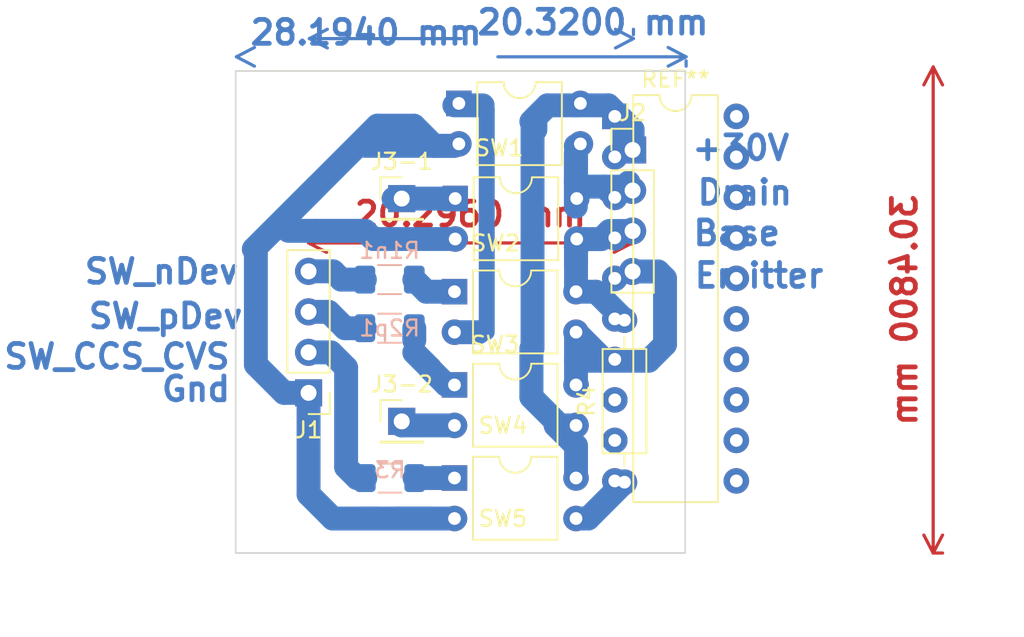
<source format=kicad_pcb>
(kicad_pcb (version 20221018) (generator pcbnew)
  (layers (0 "F.Cu" signal) (31 "B.Cu" signal) (34 "B.Paste" user) (35 "F.Paste" user) (36 "B.SilkS" user "B.Silkscreen") (37 "F.SilkS" user "F.Silkscreen") (38 "B.Mask" user) (39 "F.Mask" user) (44 "Edge.Cuts" user))
  (net 0 "")
  (net 1 "GND")
  (net 2 "Net-(J2-Pad2)")
  (net 3 "Net-(J1-Pad2)")
  (net 4 "Net-(J1-Pad3)")
  (net 5 "Net-(R4-Pad1)")
  (net 6 "Net-(J1-Pad4)")
  (net 7 "Net-(J3-1-Pad1)")
  (net 8 "Net-(J2-Pad1)")
  (net 9 "Net-(J2-Pad3)")
  (net 10 "Net-(J3-2-Pad1)")
  (net 11 "Net-(SW1-Pad1)")
  (net 12 "Net-(J2-Pad4)")
  (net 13 "Net-(R2p1-Pad2)")
  (net 14 "Net-(R1n1-Pad1)")
  (net 15 "Net-(R3-Pad2)")
  (footprint "Connector_PinHeader_2.54mm:PinHeader_1x04_P2.54mm_Vertical" (layer "F.Cu") (at 26.490786 24.882 180)
    (fp_text reference "J1" (at 0 -2.33) (layer "F.SilkS"))
    (fp_text value "Switch n,p,Rg,Gndp")
    (fp_line (start -1.33 -1.33) (end 0 -1.33) (stroke (width 0.12)) (layer "F.SilkS"))
    (fp_line (start -1.33 0) (end -1.33 -1.33) (stroke (width 0.12)) (layer "F.SilkS"))
    (fp_line (start -1.33 1.27) (end -1.33 8.95) (stroke (width 0.12)) (layer "F.SilkS"))
    (fp_line (start -1.33 1.27) (end 1.33 1.27) (stroke (width 0.12)) (layer "F.SilkS"))
    (fp_line (start -1.33 8.95) (end 1.33 8.95) (stroke (width 0.12)) (layer "F.SilkS"))
    (fp_line (start 1.33 1.27) (end 1.33 8.95) (stroke (width 0.12)) (layer "F.SilkS"))
    (pad "1" thru_hole rect (at 0 0 180) (size 1.7 1.7) (drill 1) (layers "*.Cu" "*.Mask") (net 1 "GND"))
    (pad "2" thru_hole oval (at 0 2.54 180) (size 1.7 1.7) (drill 1) (layers "*.Cu" "*.Mask") (net 3 "Net-(J1-Pad2)"))
    (pad "3" thru_hole oval (at 0 5.08 180) (size 1.7 1.7) (drill 1) (layers "*.Cu" "*.Mask") (net 4 "Net-(J1-Pad3)"))
    (pad "4" thru_hole oval (at 0 7.62 180) (size 1.7 1.7) (drill 1) (layers "*.Cu" "*.Mask") (net 6 "Net-(J1-Pad4)"))
  )
  (footprint "Package_DIP:DIP-4_W7.62mm" (layer "F.Cu") (at 35.9156 6.731)
    (fp_text reference "SW1" (at 2.53 2.799) (layer "F.SilkS"))
    (fp_text value "TLP222A")
    (fp_line (start 1.16 -1.33) (end 1.16 3.87) (stroke (width 0.12)) (layer "F.SilkS"))
    (fp_line (start 1.16 3.87) (end 6.46 3.87) (stroke (width 0.12)) (layer "F.SilkS"))
    (fp_line (start 2.81 -1.33) (end 1.16 -1.33) (stroke (width 0.12)) (layer "F.SilkS"))
    (fp_line (start 6.46 -1.33) (end 4.81 -1.33) (stroke (width 0.12)) (layer "F.SilkS"))
    (fp_line (start 6.46 3.87) (end 6.46 -1.33) (stroke (width 0.12)) (layer "F.SilkS"))
    (fp_arc (start 4.81 -1.33) (mid 3.81 -0.33) (end 2.81 -1.33) (stroke (width 0.12)) (layer "F.SilkS"))
    (pad "1" thru_hole rect (at 0 0) (size 1.6 1.6) (drill 0.8) (layers "*.Cu" "*.Mask") (net 11 "Net-(SW1-Pad1)"))
    (pad "2" thru_hole oval (at 0 2.54) (size 1.6 1.6) (drill 0.8) (layers "*.Cu" "*.Mask") (net 1 "GND"))
    (pad "3" thru_hole oval (at 7.62 2.54) (size 1.6 1.6) (drill 0.8) (layers "*.Cu" "*.Mask") (net 2 "Net-(J2-Pad2)"))
    (pad "4" thru_hole oval (at 7.62 0) (size 1.6 1.6) (drill 0.8) (layers "*.Cu" "*.Mask") (net 8 "Net-(J2-Pad1)"))
  )
  (footprint "Package_DIP:DIP-4_W7.62mm" (layer "F.Cu") (at 35.642286 18.537)
    (fp_text reference "SW3" (at 2.5325 3.3045) (layer "F.SilkS"))
    (fp_text value "TLP222A")
    (fp_line (start 1.16 -1.33) (end 1.16 3.87) (stroke (width 0.12)) (layer "F.SilkS"))
    (fp_line (start 1.16 3.87) (end 6.46 3.87) (stroke (width 0.12)) (layer "F.SilkS"))
    (fp_line (start 2.81 -1.33) (end 1.16 -1.33) (stroke (width 0.12)) (layer "F.SilkS"))
    (fp_line (start 6.46 -1.33) (end 4.81 -1.33) (stroke (width 0.12)) (layer "F.SilkS"))
    (fp_line (start 6.46 3.87) (end 6.46 -1.33) (stroke (width 0.12)) (layer "F.SilkS"))
    (fp_arc (start 4.81 -1.33) (mid 3.81 -0.33) (end 2.81 -1.33) (stroke (width 0.12)) (layer "F.SilkS"))
    (pad "1" thru_hole rect (at 0 0) (size 1.6 1.6) (drill 0.8) (layers "*.Cu" "*.Mask") (net 14 "Net-(R1n1-Pad1)"))
    (pad "2" thru_hole oval (at 0 2.54) (size 1.6 1.6) (drill 0.8) (layers "*.Cu" "*.Mask") (net 11 "Net-(SW1-Pad1)"))
    (pad "3" thru_hole oval (at 7.62 2.54) (size 1.6 1.6) (drill 0.8) (layers "*.Cu" "*.Mask") (net 12 "Net-(J2-Pad4)"))
    (pad "4" thru_hole oval (at 7.62 0) (size 1.6 1.6) (drill 0.8) (layers "*.Cu" "*.Mask") (net 9 "Net-(J2-Pad3)"))
  )
  (footprint "Package_DIP:DIP-4_W7.62mm" (layer "F.Cu") (at 35.642286 24.384)
    (fp_text reference "SW4" (at 3.0405 2.545) (layer "F.SilkS"))
    (fp_text value "TLP222A")
    (fp_line (start 1.16 -1.33) (end 1.16 3.87) (stroke (width 0.12)) (layer "F.SilkS"))
    (fp_line (start 1.16 3.87) (end 6.46 3.87) (stroke (width 0.12)) (layer "F.SilkS"))
    (fp_line (start 2.81 -1.33) (end 1.16 -1.33) (stroke (width 0.12)) (layer "F.SilkS"))
    (fp_line (start 6.46 -1.33) (end 4.81 -1.33) (stroke (width 0.12)) (layer "F.SilkS"))
    (fp_line (start 6.46 3.87) (end 6.46 -1.33) (stroke (width 0.12)) (layer "F.SilkS"))
    (fp_arc (start 4.81 -1.33) (mid 3.81 -0.33) (end 2.81 -1.33) (stroke (width 0.12)) (layer "F.SilkS"))
    (pad "1" thru_hole rect (at 0 0) (size 1.6 1.6) (drill 0.8) (layers "*.Cu" "*.Mask") (net 13 "Net-(R2p1-Pad2)"))
    (pad "2" thru_hole oval (at 0 2.54) (size 1.6 1.6) (drill 0.8) (layers "*.Cu" "*.Mask") (net 10 "Net-(J3-2-Pad1)"))
    (pad "3" thru_hole oval (at 7.62 2.54) (size 1.6 1.6) (drill 0.8) (layers "*.Cu" "*.Mask") (net 8 "Net-(J2-Pad1)"))
    (pad "4" thru_hole oval (at 7.62 0) (size 1.6 1.6) (drill 0.8) (layers "*.Cu" "*.Mask") (net 12 "Net-(J2-Pad4)"))
  )
  (footprint "Package_DIP:DIP-4_W7.62mm" (layer "F.Cu") (at 35.687 12.695)
    (fp_text reference "SW2" (at 2.53 2.799) (layer "F.SilkS"))
    (fp_text value "TLP222A")
    (fp_line (start 1.16 -1.33) (end 1.16 3.87) (stroke (width 0.12)) (layer "F.SilkS"))
    (fp_line (start 1.16 3.87) (end 6.46 3.87) (stroke (width 0.12)) (layer "F.SilkS"))
    (fp_line (start 2.81 -1.33) (end 1.16 -1.33) (stroke (width 0.12)) (layer "F.SilkS"))
    (fp_line (start 6.46 -1.33) (end 4.81 -1.33) (stroke (width 0.12)) (layer "F.SilkS"))
    (fp_line (start 6.46 3.87) (end 6.46 -1.33) (stroke (width 0.12)) (layer "F.SilkS"))
    (fp_arc (start 4.81 -1.33) (mid 3.81 -0.33) (end 2.81 -1.33) (stroke (width 0.12)) (layer "F.SilkS"))
    (pad "1" thru_hole rect (at 0 0) (size 1.6 1.6) (drill 0.8) (layers "*.Cu" "*.Mask") (net 7 "Net-(J3-1-Pad1)"))
    (pad "2" thru_hole oval (at 0 2.54) (size 1.6 1.6) (drill 0.8) (layers "*.Cu" "*.Mask") (net 1 "GND"))
    (pad "3" thru_hole oval (at 7.62 2.54) (size 1.6 1.6) (drill 0.8) (layers "*.Cu" "*.Mask") (net 9 "Net-(J2-Pad3)"))
    (pad "4" thru_hole oval (at 7.62 0) (size 1.6 1.6) (drill 0.8) (layers "*.Cu" "*.Mask") (net 2 "Net-(J2-Pad2)"))
  )
  (footprint "Resistor_THT:R_Axial_DIN0207_L6.3mm_D2.5mm_P10.16mm_Horizontal" (layer "F.Cu") (at 46.300286 30.4825 90)
    (fp_text reference "R4" (at 5.08 -2.37 90) (layer "F.SilkS"))
    (fp_text value "10k")
    (fp_line (start 1.04 0) (end 1.81 0) (stroke (width 0.12)) (layer "F.SilkS"))
    (fp_line (start 1.81 -1.37) (end 1.81 1.37) (stroke (width 0.12)) (layer "F.SilkS"))
    (fp_line (start 1.81 1.37) (end 8.35 1.37) (stroke (width 0.12)) (layer "F.SilkS"))
    (fp_line (start 8.35 -1.37) (end 1.81 -1.37) (stroke (width 0.12)) (layer "F.SilkS"))
    (fp_line (start 8.35 1.37) (end 8.35 -1.37) (stroke (width 0.12)) (layer "F.SilkS"))
    (fp_line (start 9.12 0) (end 8.35 0) (stroke (width 0.12)) (layer "F.SilkS"))
    (pad "1" thru_hole circle (at 0 0 90) (size 1.6 1.6) (drill 0.8) (layers "*.Cu" "*.Mask") (net 5 "Net-(R4-Pad1)"))
    (pad "2" thru_hole oval (at 10.16 0 90) (size 1.6 1.6) (drill 0.8) (layers "*.Cu" "*.Mask") (net 9 "Net-(J2-Pad3)"))
  )
  (footprint "Connector_PinHeader_2.54mm:PinHeader_1x01_P2.54mm_Vertical" (layer "F.Cu") (at 32.332786 12.7)
    (fp_text reference "J3-1" (at 0 -2.33) (layer "F.SilkS"))
    (fp_text value "Br")
    (fp_line (start -1.33 -1.33) (end 0 -1.33) (stroke (width 0.12)) (layer "F.SilkS"))
    (fp_line (start -1.33 0) (end -1.33 -1.33) (stroke (width 0.12)) (layer "F.SilkS"))
    (fp_line (start -1.33 1.27) (end -1.33 1.33) (stroke (width 0.12)) (layer "F.SilkS"))
    (fp_line (start -1.33 1.27) (end 1.33 1.27) (stroke (width 0.12)) (layer "F.SilkS"))
    (fp_line (start -1.33 1.33) (end 1.33 1.33) (stroke (width 0.12)) (layer "F.SilkS"))
    (fp_line (start 1.33 1.27) (end 1.33 1.33) (stroke (width 0.12)) (layer "F.SilkS"))
    (pad "1" thru_hole rect (at 0 0) (size 1.7 1.7) (drill 1) (layers "*.Cu" "*.Mask") (net 7 "Net-(J3-1-Pad1)"))
  )
  (footprint "Connector_PinHeader_2.54mm:PinHeader_1x01_P2.54mm_Vertical" (layer "F.Cu") (at 32.332786 26.67)
    (fp_text reference "J3-2" (at 0 -2.33) (layer "F.SilkS"))
    (fp_text value "Br")
    (fp_line (start -1.33 -1.33) (end 0 -1.33) (stroke (width 0.12)) (layer "F.SilkS"))
    (fp_line (start -1.33 0) (end -1.33 -1.33) (stroke (width 0.12)) (layer "F.SilkS"))
    (fp_line (start -1.33 1.27) (end -1.33 1.33) (stroke (width 0.12)) (layer "F.SilkS"))
    (fp_line (start -1.33 1.27) (end 1.33 1.27) (stroke (width 0.12)) (layer "F.SilkS"))
    (fp_line (start -1.33 1.33) (end 1.33 1.33) (stroke (width 0.12)) (layer "F.SilkS"))
    (fp_line (start 1.33 1.27) (end 1.33 1.33) (stroke (width 0.12)) (layer "F.SilkS"))
    (pad "1" thru_hole rect (at 0 0) (size 1.7 1.7) (drill 1) (layers "*.Cu" "*.Mask") (net 10 "Net-(J3-2-Pad1)"))
  )
  (footprint "Connector_PinHeader_2.54mm:PinHeader_1x04_P2.54mm_Vertical" (layer "F.Cu") (at 46.810786 9.652)
    (fp_text reference "J2" (at 0 -2.33) (layer "F.SilkS"))
    (fp_text value "Switch +30V,Drain-CCS,B,E")
    (fp_line (start -1.33 -1.33) (end 0 -1.33) (stroke (width 0.12)) (layer "F.SilkS"))
    (fp_line (start -1.33 0) (end -1.33 -1.33) (stroke (width 0.12)) (layer "F.SilkS"))
    (fp_line (start -1.33 1.27) (end -1.33 8.95) (stroke (width 0.12)) (layer "F.SilkS"))
    (fp_line (start -1.33 1.27) (end 1.33 1.27) (stroke (width 0.12)) (layer "F.SilkS"))
    (fp_line (start -1.33 8.95) (end 1.33 8.95) (stroke (width 0.12)) (layer "F.SilkS"))
    (fp_line (start 1.33 1.27) (end 1.33 8.95) (stroke (width 0.12)) (layer "F.SilkS"))
    (pad "1" thru_hole rect (at 0 0) (size 1.7 1.7) (drill 1) (layers "*.Cu" "*.Mask") (net 8 "Net-(J2-Pad1)"))
    (pad "2" thru_hole oval (at 0 2.54) (size 1.7 1.7) (drill 1) (layers "*.Cu" "*.Mask") (net 2 "Net-(J2-Pad2)"))
    (pad "3" thru_hole oval (at 0 5.08) (size 1.7 1.7) (drill 1) (layers "*.Cu" "*.Mask") (net 9 "Net-(J2-Pad3)"))
    (pad "4" thru_hole oval (at 0 7.62) (size 1.7 1.7) (drill 1) (layers "*.Cu" "*.Mask") (net 12 "Net-(J2-Pad4)"))
  )
  (footprint "Package_DIP:DIP-4_W7.62mm" (layer "F.Cu") (at 35.642286 30.221)
    (fp_text reference "SW5" (at 3.0405 2.5425) (layer "F.SilkS"))
    (fp_text value "TLP222A")
    (fp_line (start 1.16 -1.33) (end 1.16 3.87) (stroke (width 0.12)) (layer "F.SilkS"))
    (fp_line (start 1.16 3.87) (end 6.46 3.87) (stroke (width 0.12)) (layer "F.SilkS"))
    (fp_line (start 2.81 -1.33) (end 1.16 -1.33) (stroke (width 0.12)) (layer "F.SilkS"))
    (fp_line (start 6.46 -1.33) (end 4.81 -1.33) (stroke (width 0.12)) (layer "F.SilkS"))
    (fp_line (start 6.46 3.87) (end 6.46 -1.33) (stroke (width 0.12)) (layer "F.SilkS"))
    (fp_arc (start 4.81 -1.33) (mid 3.81 -0.33) (end 2.81 -1.33) (stroke (width 0.12)) (layer "F.SilkS"))
    (pad "1" thru_hole rect (at 0 0) (size 1.6 1.6) (drill 0.8) (layers "*.Cu" "*.Mask") (net 15 "Net-(R3-Pad2)"))
    (pad "2" thru_hole oval (at 0 2.54) (size 1.6 1.6) (drill 0.8) (layers "*.Cu" "*.Mask") (net 1 "GND"))
    (pad "3" thru_hole oval (at 7.62 2.54) (size 1.6 1.6) (drill 0.8) (layers "*.Cu" "*.Mask") (net 5 "Net-(R4-Pad1)"))
    (pad "4" thru_hole oval (at 7.62 0) (size 1.6 1.6) (drill 0.8) (layers "*.Cu" "*.Mask") (net 8 "Net-(J2-Pad1)"))
  )
  (footprint "Package_DIP:DIP-20_W7.62mm" (layer "F.Cu") (at 45.6946 7.5438)
    (fp_text reference "REF**" (at 3.81 -2.33) (layer "F.SilkS"))
    (fp_text value "DIP-20_W7.62mm")
    (fp_line (start 1.16 -1.33) (end 1.16 24.19) (stroke (width 0.12)) (layer "F.SilkS"))
    (fp_line (start 1.16 24.19) (end 6.46 24.19) (stroke (width 0.12)) (layer "F.SilkS"))
    (fp_line (start 2.81 -1.33) (end 1.16 -1.33) (stroke (width 0.12)) (layer "F.SilkS"))
    (fp_line (start 6.46 -1.33) (end 4.81 -1.33) (stroke (width 0.12)) (layer "F.SilkS"))
    (fp_line (start 6.46 24.19) (end 6.46 -1.33) (stroke (width 0.12)) (layer "F.SilkS"))
    (fp_arc (start 4.81 -1.33) (mid 3.81 -0.33) (end 2.81 -1.33) (stroke (width 0.12)) (layer "F.SilkS"))
    (pad "1" thru_hole rect (at 0 0) (size 1.6 1.6) (drill 0.8) (layers "*.Cu" "*.Mask"))
    (pad "2" thru_hole oval (at 0 2.54) (size 1.6 1.6) (drill 0.8) (layers "*.Cu" "*.Mask"))
    (pad "3" thru_hole oval (at 0 5.08) (size 1.6 1.6) (drill 0.8) (layers "*.Cu" "*.Mask"))
    (pad "4" thru_hole oval (at 0 7.62) (size 1.6 1.6) (drill 0.8) (layers "*.Cu" "*.Mask"))
    (pad "5" thru_hole oval (at 0 10.16) (size 1.6 1.6) (drill 0.8) (layers "*.Cu" "*.Mask"))
    (pad "6" thru_hole oval (at 0 12.7) (size 1.6 1.6) (drill 0.8) (layers "*.Cu" "*.Mask"))
    (pad "7" thru_hole oval (at 0 15.24) (size 1.6 1.6) (drill 0.8) (layers "*.Cu" "*.Mask"))
    (pad "8" thru_hole oval (at 0 17.78) (size 1.6 1.6) (drill 0.8) (layers "*.Cu" "*.Mask"))
    (pad "9" thru_hole oval (at 0 20.32) (size 1.6 1.6) (drill 0.8) (layers "*.Cu" "*.Mask"))
    (pad "10" thru_hole oval (at 0 22.86) (size 1.6 1.6) (drill 0.8) (layers "*.Cu" "*.Mask"))
    (pad "11" thru_hole oval (at 7.62 22.86) (size 1.6 1.6) (drill 0.8) (layers "*.Cu" "*.Mask"))
    (pad "12" thru_hole oval (at 7.62 20.32) (size 1.6 1.6) (drill 0.8) (layers "*.Cu" "*.Mask"))
    (pad "13" thru_hole oval (at 7.62 17.78) (size 1.6 1.6) (drill 0.8) (layers "*.Cu" "*.Mask"))
    (pad "14" thru_hole oval (at 7.62 15.24) (size 1.6 1.6) (drill 0.8) (layers "*.Cu" "*.Mask"))
    (pad "15" thru_hole oval (at 7.62 12.7) (size 1.6 1.6) (drill 0.8) (layers "*.Cu" "*.Mask"))
    (pad "16" thru_hole oval (at 7.62 10.16) (size 1.6 1.6) (drill 0.8) (layers "*.Cu" "*.Mask"))
    (pad "17" thru_hole oval (at 7.62 7.62) (size 1.6 1.6) (drill 0.8) (layers "*.Cu" "*.Mask"))
    (pad "18" thru_hole oval (at 7.62 5.08) (size 1.6 1.6) (drill 0.8) (layers "*.Cu" "*.Mask"))
    (pad "19" thru_hole oval (at 7.62 2.54) (size 1.6 1.6) (drill 0.8) (layers "*.Cu" "*.Mask"))
    (pad "20" thru_hole oval (at 7.62 0) (size 1.6 1.6) (drill 0.8) (layers "*.Cu" "*.Mask"))
  )
  (footprint "Resistor_SMD:R_1206_3216Metric_Pad1.30x1.75mm_HandSolder" (layer "B.Cu") (at 31.596786 30.226)
    (fp_text reference "R3" (at 0 -0.508) (layer "B.SilkS") (effects (justify mirror)))
    (fp_text value "510")
    (fp_line (start -0.727064 -0.91) (end 0.727064 -0.91) (stroke (width 0.12)) (layer "B.SilkS"))
    (fp_line (start -0.727064 0.91) (end 0.727064 0.91) (stroke (width 0.12)) (layer "B.SilkS"))
    (pad "1" smd roundrect (at -1.55 0) (size 1.3 1.75) (layers "B.Cu" "B.Paste" "B.Mask") (roundrect_rratio 0.1923069231) (net 3 "Net-(J1-Pad2)"))
    (pad "2" smd roundrect (at 1.55 0) (size 1.3 1.75) (layers "B.Cu" "B.Paste" "B.Mask") (roundrect_rratio 0.1923069231) (net 15 "Net-(R3-Pad2)"))
  )
  (footprint "Resistor_SMD:R_1206_3216Metric_Pad1.30x1.75mm_HandSolder" (layer "B.Cu") (at 31.570786 17.78 180)
    (fp_text reference "R1n1" (at 0 1.82) (layer "B.SilkS") (effects (justify mirror)))
    (fp_text value "270")
    (fp_line (start -0.727064 -0.91) (end 0.727064 -0.91) (stroke (width 0.12)) (layer "B.SilkS"))
    (fp_line (start -0.727064 0.91) (end 0.727064 0.91) (stroke (width 0.12)) (layer "B.SilkS"))
    (pad "1" smd roundrect (at -1.55 0 180) (size 1.3 1.75) (layers "B.Cu" "B.Paste" "B.Mask") (roundrect_rratio 0.192308) (net 14 "Net-(R1n1-Pad1)"))
    (pad "2" smd roundrect (at 1.55 0 180) (size 1.3 1.75) (layers "B.Cu" "B.Paste" "B.Mask") (roundrect_rratio 0.192308) (net 6 "Net-(J1-Pad4)"))
  )
  (footprint "Resistor_SMD:R_1206_3216Metric_Pad1.30x1.75mm_HandSolder" (layer "B.Cu") (at 31.570786 20.828)
    (fp_text reference "R2p1" (at 0 0) (layer "B.SilkS") (effects (justify mirror)))
    (fp_text value "270")
    (fp_line (start -0.727064 -0.91) (end 0.727064 -0.91) (stroke (width 0.12)) (layer "B.SilkS"))
    (fp_line (start -0.727064 0.91) (end 0.727064 0.91) (stroke (width 0.12)) (layer "B.SilkS"))
    (pad "1" smd roundrect (at -1.55 0) (size 1.3 1.75) (layers "B.Cu" "B.Paste" "B.Mask") (roundrect_rratio 0.192308) (net 4 "Net-(J1-Pad3)"))
    (pad "2" smd roundrect (at 1.55 0) (size 1.3 1.75) (layers "B.Cu" "B.Paste" "B.Mask") (roundrect_rratio 0.192308) (net 13 "Net-(R2p1-Pad2)"))
  )
  (gr_rect (start 21.918786 4.699) (end 50.112786 34.925) (stroke (width 0.1)) (fill none) (layer "Edge.Cuts"))
  (gr_text "SW_pDev" (at 17.526 20.066) (layer "B.Cu") (effects (font (size 1.5 1.5) (thickness 0.3))))
  (gr_text "Emitter" (at 54.737 17.526) (layer "B.Cu") (effects (font (size 1.5 1.5) (thickness 0.3))))
  (gr_text "Drain" (at 53.848 12.319) (layer "B.Cu") (effects (font (size 1.5 1.5) (thickness 0.3))))
  (gr_text "SW_nDev" (at 17.272 17.272) (layer "B.Cu") (effects (font (size 1.5 1.5) (thickness 0.3))))
  (gr_text "Base" (at 53.34 14.859) (layer "B.Cu") (effects (font (size 1.5 1.5) (thickness 0.3))))
  (gr_text "Gnd" (at 19.431 24.638) (layer "B.Cu") (effects (font (size 1.5 1.5) (thickness 0.3))))
  (gr_text "SW_CCS_CVS" (at 14.478 22.606) (layer "B.Cu") (effects (font (size 1.5 1.5) (thickness 0.3))))
  (gr_text "+30V" (at 53.594 9.525) (layer "B.Cu") (effects (font (size 1.5 1.5) (thickness 0.3))))
  (dimension (type orthogonal) (layer "F.Cu") (pts (xy 26.490786 15.482) (xy 46.7868 16.0528)) (height 0) (orientation 0) (gr_text "20,2960 mm" (at 36.638793 13.682) (layer "F.Cu") (effects (font (size 1.5 1.5) (thickness 0.3)))) (format (prefix "") (suffix "") (units 3) (units_format 1) (precision 4)) (style (thickness 0.2) (arrow_length 1.27) (text_position_mode 0) (extension_height 0.58642) (extension_offset 0.5) keep_text_aligned))
  (dimension (type orthogonal) (layer "F.Cu") (pts (xy 65.659 4.445) (xy 65.151 34.925)) (height 0) (orientation 1) (gr_text "30,4800 mm" (at 63.859 19.685 90) (layer "F.Cu") (effects (font (size 1.5 1.5) (thickness 0.3)) (justify mirror))) (format (prefix "") (suffix "") (units 3) (units_format 1) (precision 4)) (style (thickness 0.2) (arrow_length 1.27) (text_position_mode 0) (extension_height 0.58642) (extension_offset 0.5) keep_text_aligned))
  (dimension (type orthogonal) (layer "B.Cu") (pts (xy 21.971 3.81) (xy 50.165 3.556)) (height 0) (orientation 0) (gr_text "28,1940 mm" (at 30.099 2.286) (layer "B.Cu") (effects (font (size 1.5 1.5) (thickness 0.3)))) (format (prefix "") (suffix "") (units 3) (units_format 1) (precision 4)) (style (thickness 0.2) (arrow_length 1.27) (text_position_mode 2) (extension_height 0.58642) (extension_offset 0.5) keep_text_aligned))
  (dimension (type orthogonal) (layer "B.Cu") (pts (xy 26.543 2.667) (xy 46.863 2.921)) (height 0) (orientation 0) (gr_text "20,3200 mm" (at 44.323 1.651) (layer "B.Cu") (effects (font (size 1.5 1.5) (thickness 0.3)))) (format (prefix "") (suffix "") (units 3) (units_format 1) (precision 4)) (style (thickness 0.2) (arrow_length 1.27) (text_position_mode 2) (extension_height 0.58642) (extension_offset 0.5) keep_text_aligned))
  (segment (start 23.061786 15.875) (end 24.331786 14.605) (width 1.5) (layer "B.Cu") (net 1))
  (segment (start 30.811286 32.7635) (end 29.795286 32.7635) (width 1.5) (layer "B.Cu") (net 1))
  (segment (start 34.359786 9.393) (end 33.094786 8.128) (width 1.5) (layer "B.Cu") (net 1))
  (segment (start 35.644786 15.235) (end 30.549786 15.235) (width 1.5) (layer "B.Cu") (net 1))
  (segment (start 33.094786 8.128) (end 30.808786 8.128) (width 1.5) (layer "B.Cu") (net 1))
  (segment (start 26.490786 24.882) (end 26.490786 31.242) (width 1.5) (layer "B.Cu") (net 1))
  (segment (start 26.998786 14.722) (end 30.036786 14.722) (width 1.5) (layer "B.Cu") (net 1))
  (segment (start 34.108286 32.7635) (end 28.012286 32.7635) (width 1.5) (layer "B.Cu") (net 1))
  (segment (start 30.808786 8.128) (end 23.061786 15.875) (width 1.5) (layer "B.Cu") (net 1))
  (segment (start 26.490786 24.882) (end 24.956786 24.882) (width 1.5) (layer "B.Cu") (net 1))
  (segment (start 26.998786 11.938) (end 24.331786 14.605) (width 1.5) (layer "B.Cu") (net 1))
  (segment (start 34.108286 32.7635) (end 32.076286 32.7635) (width 1.5) (layer "B.Cu") (net 1))
  (segment (start 26.490786 31.242) (end 28.012286 32.7635) (width 1.5) (layer "B.Cu") (net 1))
  (segment (start 25.230786 14.722) (end 26.998786 14.722) (width 1.5) (layer "B.Cu") (net 1))
  (segment (start 35.642286 32.7635) (end 34.108286 32.7635) (width 1.5) (layer "B.Cu") (net 1))
  (segment (start 24.956786 24.882) (end 23.188786 23.114) (width 1.5) (layer "B.Cu") (net 1))
  (segment (start 35.632286 9.393) (end 30.051786 9.393) (width 1.5) (layer "B.Cu") (net 1))
  (segment (start 32.076286 32.7635) (end 30.811286 32.7635) (width 0.25) (layer "B.Cu") (net 1))
  (segment (start 23.188786 15.748) (end 24.331786 14.605) (width 1.5) (layer "B.Cu") (net 1))
  (segment (start 35.644786 9.393) (end 34.359786 9.393) (width 1.5) (layer "B.Cu") (net 1))
  (segment (start 23.188786 23.114) (end 23.188786 15.748) (width 1.5) (layer "B.Cu") (net 1))
  (segment (start 30.549786 15.235) (end 30.036786 14.722) (width 1.5) (layer "B.Cu") (net 1))
  (segment (start 45.045286 11.9505) (end 45.286786 12.192) (width 1.5) (layer "B.Cu") (net 2))
  (segment (start 43.264786 9.4055) (end 43.252286 9.393) (width 1.5) (layer "B.Cu") (net 2))
  (segment (start 46.556786 11.694) (end 46.300286 11.9505) (width 1.5) (layer "B.Cu") (net 2))
  (segment (start 45.045286 11.9505) (end 43.516286 11.9505) (width 1.5) (layer "B.Cu") (net 2))
  (segment (start 45.286786 12.192) (end 46.810786 12.192) (width 1.5) (layer "B.Cu") (net 2))
  (segment (start 43.252286 11.6865) (end 43.252286 13.2055) (width 1.5) (layer "B.Cu") (net 2))
  (segment (start 43.264786 12.695) (end 43.264786 9.4055) (width 1.5) (layer "B.Cu") (net 2))
  (segment (start 46.300286 11.9505) (end 45.045286 11.9505) (width 1.5) (layer "B.Cu") (net 2))
  (segment (start 43.516286 11.9505) (end 43.252286 11.6865) (width 1.5) (layer "B.Cu") (net 2))
  (segment (start 43.252286 9.9035) (end 43.252286 11.6865) (width 1.5) (layer "B.Cu") (net 2))
  (segment (start 28.844704 29.531918) (end 28.844704 23.300082) (width 1.5) (layer "B.Cu") (net 3))
  (segment (start 27.886622 22.342) (end 28.844704 23.300082) (width 1.5) (layer "B.Cu") (net 3))
  (segment (start 26.490786 22.342) (end 27.886622 22.342) (width 1.5) (layer "B.Cu") (net 3))
  (segment (start 29.538786 30.226) (end 28.844704 29.531918) (width 1.5) (layer "B.Cu") (net 3))
  (segment (start 30.046786 30.226) (end 29.538786 30.226) (width 1.5) (layer "B.Cu") (net 3))
  (segment (start 30.020786 20.828) (end 28.776786 20.828) (width 1.5) (layer "B.Cu") (net 4))
  (segment (start 28.776786 20.828) (end 27.750786 19.802) (width 1.5) (layer "B.Cu") (net 4))
  (segment (start 27.750786 19.802) (end 26.490786 19.802) (width 1.5) (layer "B.Cu") (net 4))
  (segment (start 44.019286 32.7635) (end 46.300286 30.4825) (width 1.5) (layer "B.Cu") (net 5))
  (segment (start 43.262286 32.7635) (end 44.019286 32.7635) (width 1.5) (layer "B.Cu") (net 5))
  (segment (start 28.024786 17.262) (end 26.490786 17.262) (width 1.5) (layer "B.Cu") (net 6))
  (segment (start 28.024786 17.262) (end 26.734786 17.262) (width 0.25) (layer "B.Cu") (net 6))
  (segment (start 26.490786 17.262) (end 26.734786 17.262) (width 1.5) (layer "B.Cu") (net 6))
  (segment (start 28.542786 17.78) (end 28.024786 17.262) (width 1.5) (layer "B.Cu") (net 6))
  (segment (start 30.020786 17.78) (end 28.542786 17.78) (width 1.5) (layer "B.Cu") (net 6))
  (segment (start 35.639786 12.7) (end 35.644786 12.695) (width 1.5) (layer "B.Cu") (net 7))
  (segment (start 31.824786 12.7) (end 35.639786 12.7) (width 1.5) (layer "B.Cu") (net 7))
  (segment (start 40.460786 7.874) (end 41.481786 6.853) (width 1.5) (layer "B.Cu") (net 8))
  (segment (start 43.252286 6.853) (end 45.281786 6.853) (width 1.5) (layer "B.Cu") (net 8))
  (segment (start 40.460786 22.098) (end 40.460786 21.336) (width 1) (layer "B.Cu") (net 8))
  (segment (start 46.300286 9.4105) (end 46.300286 7.8715) (width 1.5) (layer "B.Cu") (net 8))
  (segment (start 41.982286 26.9215) (end 43.262286 26.9215) (width 1.5) (layer "B.Cu") (net 8))
  (segment (start 40.460786 25.146) (end 40.460786 22.098) (width 1.5) (layer "B.Cu") (net 8))
  (segment (start 46.810786 9.652) (end 46.810786 8.382) (width 1.5) (layer "B.Cu") (net 8))
  (segment (start 46.810786 8.382) (end 45.281786 6.853) (width 1.5) (layer "B.Cu") (net 8))
  (segment (start 45.281786 6.853) (end 46.300286 7.8715) (width 1.5) (layer "B.Cu") (net 8))
  (segment (start 40.714786 7.62) (end 40.714786 8.382) (width 1.5) (layer "B.Cu") (net 8))
  (segment (start 43.262286 28.2015) (end 41.982286 26.9215) (width 1.5) (layer "B.Cu") (net 8))
  (segment (start 46.556786 8.128) (end 46.300286 7.8715) (width 1.5) (layer "B.Cu") (net 8))
  (segment (start 43.262286 30.2235) (end 43.262286 28.2015) (width 1.5) (layer "B.Cu") (net 8))
  (segment (start 41.481786 6.853) (end 40.714786 7.62) (width 1.5) (layer "B.Cu") (net 8))
  (segment (start 43.252286 6.853) (end 41.481786 6.853) (width 1.5) (layer "B.Cu") (net 8))
  (segment (start 46.300286 7.8715) (end 45.792286 7.3635) (width 1.5) (layer "B.Cu") (net 8))
  (segment (start 42.739286 26.9215) (end 41.474286 25.6565) (width 0.75) (layer "B.Cu") (net 8))
  (segment (start 40.535572 22.098) (end 40.535572 7.874) (width 1.5) (layer "B.Cu") (net 8))
  (segment (start 40.714786 8.89) (end 40.714786 25.4) (width 1) (layer "B.Cu") (net 8))
  (segment (start 43.262286 26.9215) (end 42.739286 26.9215) (width 0.75) (layer "B.Cu") (net 8))
  (segment (start 40.714786 8.89) (end 40.714786 8.382) (width 1) (layer "B.Cu") (net 8))
  (segment (start 41.982286 26.6675) (end 40.714786 25.4) (width 1.5) (layer "B.Cu") (net 8))
  (segment (start 46.556786 9.154) (end 46.556786 8.128) (width 1.5) (layer "B.Cu") (net 8))
  (segment (start 40.714786 25.4) (end 40.460786 25.146) (width 1.5) (layer "B.Cu") (net 8))
  (segment (start 43.264786 16.769) (end 43.264786 15.235) (width 1.5) (layer "B.Cu") (net 9))
  (segment (start 45.361572 14.732) (end 44.853572 15.24) (width 1.5) (layer "B.Cu") (net 9))
  (segment (start 46.810786 14.732) (end 45.361572 14.732) (width 1.5) (layer "B.Cu") (net 9))
  (segment (start 43.262286 16.7715) (end 43.264786 16.769) (width 1.5) (layer "B.Cu") (net 9))
  (segment (start 43.262286 16.7715) (end 43.262286 15.7555) (width 1.5) (layer "B.Cu") (net 9))
  (segment (start 44.517286 18.5395) (end 46.300286 20.3225) (width 1.5) (layer "B.Cu") (net 9))
  (segment (start 43.252286 15.7455) (end 43.757786 15.24) (width 1.5) (layer "B.Cu") (net 9))
  (segment (start 43.262286 15.7555) (end 43.252286 15.7455) (width 1.5) (layer "B.Cu") (net 9))
  (segment (start 43.262286 18.5395) (end 43.262286 16.7715) (width 1.5) (layer "B.Cu") (net 9))
  (segment (start 43.329572 15.24) (end 44.853572 15.24) (width 1.5) (layer "B.Cu") (net 9))
  (segment (start 43.262286 18.5395) (end 44.517286 18.5395) (width 1.5) (layer "B.Cu") (net 9))
  (segment (start 32.335286 26.9215) (end 35.642286 26.9215) (width 1.5) (layer "B.Cu") (net 10))
  (segment (start 32.332786 26.67) (end 32.332786 26.924) (width 1.5) (layer "B.Cu") (net 10))
  (segment (start 32.332786 26.924) (end 32.335286 26.9215) (width 1.5) (layer "B.Cu") (net 10))
  (segment (start 35.632286 6.853) (end 37.407786 6.853) (width 1.5) (layer "B.Cu") (net 11))
  (segment (start 37.664286 21.0795) (end 37.664286 7.1095) (width 1) (layer "B.Cu") (net 11))
  (segment (start 35.642286 21.0795) (end 37.156286 21.0795) (width 1.5) (layer "B.Cu") (net 11))
  (segment (start 37.664286 7.1095) (end 37.407786 6.853) (width 1) (layer "B.Cu") (net 11))
  (segment (start 48.842786 21.844) (end 47.819286 22.8675) (width 1.5) (layer "B.Cu") (net 12))
  (segment (start 43.262286 22.8675) (end 43.262286 21.0795) (width 1.5) (layer "B.Cu") (net 12))
  (segment (start 47.819286 22.8675) (end 44.861072 22.8675) (width 1.5) (layer "B.Cu") (net 12))
  (segment (start 44.861072 22.675786) (end 44.861072 22.8675) (width 1.5) (layer "B.Cu") (net 12))
  (segment (start 48.409572 17.272) (end 48.842786 17.705214) (width 1.5) (layer "B.Cu") (net 12))
  (segment (start 44.861072 22.8675) (end 43.262286 22.8675) (width 1.5) (layer "B.Cu") (net 12))
  (segment (start 43.262286 24.3815) (end 43.262286 22.8675) (width 1.5) (layer "B.Cu") (net 12))
  (segment (start 43.262286 21.077) (end 44.861072 22.675786) (width 1.5) (layer "B.Cu") (net 12))
  (segment (start 48.842786 17.705214) (end 48.842786 21.844) (width 1.5) (layer "B.Cu") (net 12))
  (segment (start 46.810786 17.272) (end 48.409572 17.272) (width 1.5) (layer "B.Cu") (net 12))
  (segment (start 33.120786 20.828) (end 33.120786 21.59) (width 1.5) (layer "B.Cu") (net 13))
  (segment (start 35.642286 24.3815) (end 35.124286 24.3815) (width 1.5) (layer "B.Cu") (net 13))
  (segment (start 34.110786 23.342) (end 33.120786 22.352) (width 1.5) (layer "B.Cu") (net 13))
  (segment (start 35.124286 24.3815) (end 34.110786 23.368) (width 1.5) (layer "B.Cu") (net 13))
  (segment (start 34.110786 23.368) (end 34.110786 23.342) (width 1.5) (layer "B.Cu") (net 13))
  (segment (start 33.880286 18.5395) (end 33.120786 17.78) (width 1.5) (layer "B.Cu") (net 14))
  (segment (start 35.642286 18.5395) (end 33.880286 18.5395) (width 1.5) (layer "B.Cu") (net 14))
  (segment (start 33.149286 30.2235) (end 33.146786 30.226) (width 1.5) (layer "B.Cu") (net 15))
  (segment (start 35.642286 30.2235) (end 33.149286 30.2235) (width 1.5) (layer "B.Cu") (net 15))
  (segment (start 35.642286 30.2235) (end 35.639786 30.226) (width 1.5) (layer "B.Cu") (net 15))
)
</source>
